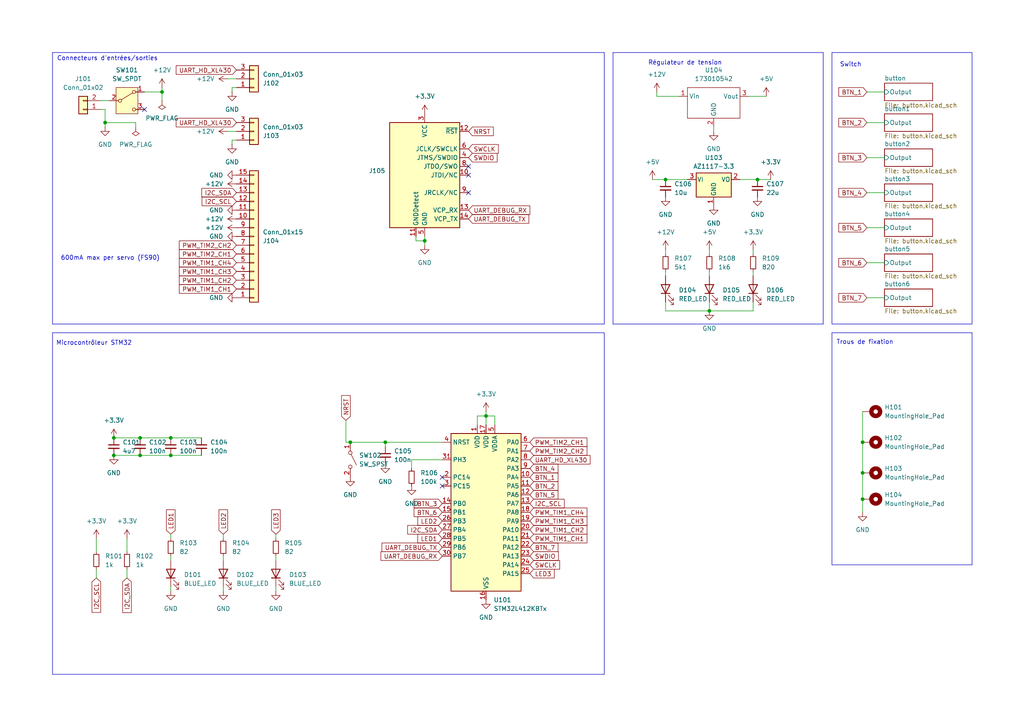
<source format=kicad_sch>
(kicad_sch (version 20231120) (generator "eeschema") (generator_version "8.0")
  (paper "A4")
  (title_block (title "Projet Corps") (date "2024-03-07") (rev "1.0") (company "ENSEA"))
  (lib_symbols
    (symbol "173010542_1"
      (property "Reference" "U" (at -5.842 5.334 0))
      (property "Value" "173010542" (at 0 0 0))
      (symbol "173010542_1_1_1"
        (rectangle (start -7.62 3.81) (end 7.62 -5.08))
        (pin power_in line (at -10.16 1.27 0) (length 2.54) (name "Vin") (number "1"))
        (pin power_in line (at 0 -7.62 90) (length 2.54) (name "GND") (number "2"))
        (pin power_out line (at 10.16 1.27 180) (length 2.54) (name "Vout") (number "3"))
      )
    )
    (symbol "Connector:Conn_ST_STDC14"
      (property "Reference" "J" (at -8.89 16.51 0))
      (property "Value" "Conn_ST_STDC14" (at 17.78 16.51 0))
      (symbol "Conn_ST_STDC14_0_1"
        (rectangle (start -10.16 15.24) (end 10.16 -15.24) (stroke (width 0.254)) (fill (type background)))
      )
      (symbol "Conn_ST_STDC14_1_1"
        (pin no_connect line (at -10.16 5.08 0) (length 2.54) hide (name "NC") (number "1"))
        (pin output line (at 12.7 0 180) (length 2.54) (name "JTDI/NC") (number "10"))
        (pin passive line (at -2.54 -17.78 90) (length 2.54) (name "GNDDetect") (number "11"))
        (pin open_collector line (at 12.7 12.7 180) (length 2.54) (name "~{RST}") (number "12"))
        (pin output line (at 12.7 -10.16 180) (length 2.54) (name "VCP_RX") (number "13"))
        (pin input line (at 12.7 -12.7 180) (length 2.54) (name "VCP_TX") (number "14"))
        (pin no_connect line (at -10.16 2.54 0) (length 2.54) hide (name "NC") (number "2"))
        (pin power_in line (at 0 17.78 270) (length 2.54) (name "VCC") (number "3"))
        (pin bidirectional line (at 12.7 5.08 180) (length 2.54) (name "JTMS/SWDIO") (number "4"))
        (pin power_in line (at 0 -17.78 90) (length 2.54) (name "GND") (number "5"))
        (pin output line (at 12.7 7.62 180) (length 2.54) (name "JCLK/SWCLK") (number "6"))
        (pin passive line (at 0 -17.78 90) (length 2.54) hide (name "GND") (number "7"))
        (pin input line (at 12.7 2.54 180) (length 2.54) (name "JTDO/SWO") (number "8"))
        (pin input line (at 12.7 -5.08 180) (length 2.54) (name "JRCLK/NC") (number "9"))
      )
    )
    (symbol "Connector_Generic:Conn_01x02" (pin_names (offset 1.016) hide)
      (property "Reference" "J" (at 0 2.54 0))
      (property "Value" "Conn_01x02" (at 0 -5.08 0))
      (symbol "Conn_01x02_1_1"
        (rectangle (start -1.27 -2.413) (end 0 -2.667) (stroke (width 0.1524)))
        (rectangle (start -1.27 0.127) (end 0 -0.127) (stroke (width 0.1524)))
        (rectangle (start -1.27 1.27) (end 1.27 -3.81) (stroke (width 0.254)) (fill (type background)))
        (pin passive line (at -5.08 0 0) (length 3.81) (name "Pin_1") (number "1"))
        (pin passive line (at -5.08 -2.54 0) (length 3.81) (name "Pin_2") (number "2"))
      )
    )
    (symbol "Connector_Generic:Conn_01x03" (pin_names (offset 1.016) hide)
      (property "Reference" "J" (at 0 5.08 0))
      (property "Value" "Conn_01x03" (at 0 -5.08 0))
      (symbol "Conn_01x03_1_1"
        (rectangle (start -1.27 -2.413) (end 0 -2.667) (stroke (width 0.1524)))
        (rectangle (start -1.27 0.127) (end 0 -0.127) (stroke (width 0.1524)))
        (rectangle (start -1.27 2.667) (end 0 2.413) (stroke (width 0.1524)))
        (rectangle (start -1.27 3.81) (end 1.27 -3.81) (stroke (width 0.254)) (fill (type background)))
        (pin passive line (at -5.08 2.54 0) (length 3.81) (name "Pin_1") (number "1"))
        (pin passive line (at -5.08 0 0) (length 3.81) (name "Pin_2") (number "2"))
        (pin passive line (at -5.08 -2.54 0) (length 3.81) (name "Pin_3") (number "3"))
      )
    )
    (symbol "Connector_Generic:Conn_01x15" (pin_names (offset 1.016) hide)
      (property "Reference" "J" (at 0 20.32 0))
      (property "Value" "Conn_01x15" (at 0 -20.32 0))
      (symbol "Conn_01x15_1_1"
        (rectangle (start -1.27 -17.653) (end 0 -17.907) (stroke (width 0.1524)))
        (rectangle (start -1.27 -15.113) (end 0 -15.367) (stroke (width 0.1524)))
        (rectangle (start -1.27 -12.573) (end 0 -12.827) (stroke (width 0.1524)))
        (rectangle (start -1.27 -10.033) (end 0 -10.287) (stroke (width 0.1524)))
        (rectangle (start -1.27 -7.493) (end 0 -7.747) (stroke (width 0.1524)))
        (rectangle (start -1.27 -4.953) (end 0 -5.207) (stroke (width 0.1524)))
        (rectangle (start -1.27 -2.413) (end 0 -2.667) (stroke (width 0.1524)))
        (rectangle (start -1.27 0.127) (end 0 -0.127) (stroke (width 0.1524)))
        (rectangle (start -1.27 2.667) (end 0 2.413) (stroke (width 0.1524)))
        (rectangle (start -1.27 5.207) (end 0 4.953) (stroke (width 0.1524)))
        (rectangle (start -1.27 7.747) (end 0 7.493) (stroke (width 0.1524)))
        (rectangle (start -1.27 10.287) (end 0 10.033) (stroke (width 0.1524)))
        (rectangle (start -1.27 12.827) (end 0 12.573) (stroke (width 0.1524)))
        (rectangle (start -1.27 15.367) (end 0 15.113) (stroke (width 0.1524)))
        (rectangle (start -1.27 17.907) (end 0 17.653) (stroke (width 0.1524)))
        (rectangle (start -1.27 19.05) (end 1.27 -19.05) (stroke (width 0.254)) (fill (type background)))
        (pin passive line (at -5.08 17.78 0) (length 3.81) (name "Pin_1") (number "1"))
        (pin passive line (at -5.08 -5.08 0) (length 3.81) (name "Pin_10") (number "10"))
        (pin passive line (at -5.08 -7.62 0) (length 3.81) (name "Pin_11") (number "11"))
        (pin passive line (at -5.08 -10.16 0) (length 3.81) (name "Pin_12") (number "12"))
        (pin passive line (at -5.08 -12.7 0) (length 3.81) (name "Pin_13") (number "13"))
        (pin passive line (at -5.08 -15.24 0) (length 3.81) (name "Pin_14") (number "14"))
        (pin passive line (at -5.08 -17.78 0) (length 3.81) (name "Pin_15") (number "15"))
        (pin passive line (at -5.08 15.24 0) (length 3.81) (name "Pin_2") (number "2"))
        (pin passive line (at -5.08 12.7 0) (length 3.81) (name "Pin_3") (number "3"))
        (pin passive line (at -5.08 10.16 0) (length 3.81) (name "Pin_4") (number "4"))
        (pin passive line (at -5.08 7.62 0) (length 3.81) (name "Pin_5") (number "5"))
        (pin passive line (at -5.08 5.08 0) (length 3.81) (name "Pin_6") (number "6"))
        (pin passive line (at -5.08 2.54 0) (length 3.81) (name "Pin_7") (number "7"))
        (pin passive line (at -5.08 0 0) (length 3.81) (name "Pin_8") (number "8"))
        (pin passive line (at -5.08 -2.54 0) (length 3.81) (name "Pin_9") (number "9"))
      )
    )
    (symbol "Device:C_Small" (pin_numbers hide) (pin_names (offset 0.254) hide)
      (property "Reference" "C" (at 0.254 1.778 0))
      (property "Value" "C_Small" (at 0.254 -2.032 0))
      (symbol "C_Small_0_1"
        (polyline (pts (xy -1.524 -0.508) (xy 1.524 -0.508)) (stroke (width 0.3302)))
        (polyline (pts (xy -1.524 0.508) (xy 1.524 0.508)) (stroke (width 0.3048)))
      )
      (symbol "C_Small_1_1"
        (pin passive line (at 0 2.54 270) (length 2.032) (name "~") (number "1"))
        (pin passive line (at 0 -2.54 90) (length 2.032) (name "~") (number "2"))
      )
    )
    (symbol "Device:LED" (pin_numbers hide) (pin_names (offset 1.016) hide)
      (property "Reference" "D" (at 0 2.54 0))
      (property "Value" "LED" (at 0 -2.54 0))
      (symbol "LED_0_1"
        (polyline (pts (xy -1.27 -1.27) (xy -1.27 1.27)) (stroke (width 0.254)))
        (polyline (pts (xy -1.27 0) (xy 1.27 0)))
        (polyline (pts (xy 1.27 -1.27) (xy 1.27 1.27) (xy -1.27 0) (xy 1.27 -1.27)) (stroke (width 0.254)))
        (polyline (pts (xy -3.048 -0.762) (xy -4.572 -2.286) (xy -3.81 -2.286) (xy -4.572 -2.286) (xy -4.572 -1.524)))
        (polyline (pts (xy -1.778 -0.762) (xy -3.302 -2.286) (xy -2.54 -2.286) (xy -3.302 -2.286) (xy -3.302 -1.524)))
      )
      (symbol "LED_1_1"
        (pin passive line (at -3.81 0 0) (length 2.54) (name "K") (number "1"))
        (pin passive line (at 3.81 0 180) (length 2.54) (name "A") (number "2"))
      )
    )
    (symbol "Device:R_Small" (pin_numbers hide) (pin_names (offset 0.254) hide)
      (property "Reference" "R" (at 0.762 0.508 0))
      (property "Value" "R_Small" (at 0.762 -1.016 0))
      (symbol "R_Small_0_1"
        (rectangle (start -0.762 1.778) (end 0.762 -1.778) (stroke (width 0.2032)))
      )
      (symbol "R_Small_1_1"
        (pin passive line (at 0 2.54 270) (length 0.762) (name "~") (number "1"))
        (pin passive line (at 0 -2.54 90) (length 0.762) (name "~") (number "2"))
      )
    )
    (symbol "GND_1" (power) (pin_numbers hide) (pin_names (offset 0) hide)
      (property "Value" "GND" (at 0 -3.81 0))
      (symbol "GND_1_0_1"
        (polyline (pts (xy 0 0) (xy 0 -1.27) (xy 1.27 -1.27) (xy 0 -2.54) (xy -1.27 -1.27) (xy 0 -1.27)))
      )
      (symbol "GND_1_1_1"
        (pin power_in line (at 0 0 270) (length 0) (name "~") (number "1"))
      )
    )
    (symbol "Mechanical:MountingHole_Pad" (pin_numbers hide) (pin_names (offset 1.016) hide)
      (property "Reference" "H" (at 0 6.35 0))
      (property "Value" "MountingHole_Pad" (at 0 4.445 0))
      (symbol "MountingHole_Pad_0_1"
        (circle (center 0 1.27) (radius 1.27) (stroke (width 1.27)))
      )
      (symbol "MountingHole_Pad_1_1"
        (pin input line (at 0 -2.54 90) (length 2.54) (name "1") (number "1"))
      )
    )
    (symbol "Regulator_Linear:AZ1117-3.3" (pin_names (offset 0.254))
      (property "Reference" "U" (at -3.81 3.175 0))
      (property "Value" "AZ1117-3.3" (at 0 3.175 0))
      (symbol "AZ1117-3.3_0_1"
        (rectangle (start -5.08 1.905) (end 5.08 -5.08) (stroke (width 0.254)) (fill (type background)))
      )
      (symbol "AZ1117-3.3_1_1"
        (pin power_in line (at 0 -7.62 90) (length 2.54) (name "GND") (number "1"))
        (pin power_out line (at 7.62 0 180) (length 2.54) (name "VO") (number "2"))
        (pin power_in line (at -7.62 0 0) (length 2.54) (name "VI") (number "3"))
      )
    )
    (symbol "STM32L412KBTx_1"
      (property "Reference" "U" (at -10.16 24.13 0))
      (property "Value" "STM32L412KBTx" (at 5.08 24.13 0))
      (symbol "STM32L412KBTx_1_0_1"
        (rectangle (start -10.16 -22.86) (end 10.16 22.86) (stroke (width 0.254)) (fill (type background)))
      )
      (symbol "STM32L412KBTx_1_1_1"
        (pin power_in line (at -2.54 25.4 270) (length 2.54) (name "VDD") (number "1"))
        (pin bidirectional line (at 12.7 10.16 180) (length 2.54) (name "PA4") (number "10"))
        (pin bidirectional line (at 12.7 7.62 180) (length 2.54) (name "PA5") (number "11"))
        (pin bidirectional line (at 12.7 5.08 180) (length 2.54) (name "PA6") (number "12"))
        (pin bidirectional line (at 12.7 2.54 180) (length 2.54) (name "PA7") (number "13"))
        (pin bidirectional line (at -12.7 2.54 0) (length 2.54) (name "PB0") (number "14"))
        (pin bidirectional line (at -12.7 0 0) (length 2.54) (name "PB1") (number "15"))
        (pin power_in line (at 0 -25.4 90) (length 2.54) (name "VSS") (number "16"))
        (pin power_in line (at 0 25.4 270) (length 2.54) (name "VDD") (number "17"))
        (pin bidirectional line (at 12.7 0 180) (length 2.54) (name "PA8") (number "18"))
        (pin bidirectional line (at 12.7 -2.54 180) (length 2.54) (name "PA9") (number "19"))
        (pin bidirectional line (at -12.7 10.16 0) (length 2.54) (name "PC14") (number "2"))
        (pin bidirectional line (at 12.7 -5.08 180) (length 2.54) (name "PA10") (number "20"))
        (pin bidirectional line (at 12.7 -7.62 180) (length 2.54) (name "PA11") (number "21"))
        (pin bidirectional line (at 12.7 -10.16 180) (length 2.54) (name "PA12") (number "22"))
        (pin bidirectional line (at 12.7 -12.7 180) (length 2.54) (name "PA13") (number "23"))
        (pin bidirectional line (at 12.7 -15.24 180) (length 2.54) (name "PA14") (number "24"))
        (pin bidirectional line (at 12.7 -17.78 180) (length 2.54) (name "PA15") (number "25"))
        (pin bidirectional line (at -12.7 -2.54 0) (length 2.54) (name "PB3") (number "26"))
        (pin bidirectional line (at -12.7 -5.08 0) (length 2.54) (name "PB4") (number "27"))
        (pin bidirectional line (at -12.7 -7.62 0) (length 2.54) (name "PB5") (number "28"))
        (pin bidirectional line (at -12.7 -10.16 0) (length 2.54) (name "PB6") (number "29"))
        (pin bidirectional line (at -12.7 7.62 0) (length 2.54) (name "PC15") (number "3"))
        (pin bidirectional line (at -12.7 -12.7 0) (length 2.54) (name "PB7") (number "30"))
        (pin bidirectional line (at -12.7 15.24 0) (length 2.54) (name "PH3") (number "31"))
        (pin passive line (at 0 -25.4 90) (length 2.54) hide (name "VSS") (number "32"))
        (pin input line (at -12.7 20.32 0) (length 2.54) (name "NRST") (number "4"))
        (pin power_in line (at 2.54 25.4 270) (length 2.54) (name "VDDA") (number "5"))
        (pin bidirectional line (at 12.7 20.32 180) (length 2.54) (name "PA0") (number "6"))
        (pin bidirectional line (at 12.7 17.78 180) (length 2.54) (name "PA1") (number "7"))
        (pin bidirectional line (at 12.7 15.24 180) (length 2.54) (name "PA2") (number "8"))
        (pin bidirectional line (at 12.7 12.7 180) (length 2.54) (name "PA3") (number "9"))
      )
    )
    (symbol "Switch:SW_SPDT" (pin_names (offset 0) hide)
      (property "Reference" "SW" (at 0 5.08 0))
      (property "Value" "SW_SPDT" (at 0 -5.08 0))
      (symbol "SW_SPDT_0_1"
        (circle (center -2.032 0) (radius 0.4572))
        (polyline (pts (xy -1.651 0.254) (xy 1.651 2.286)))
        (circle (center 2.032 -2.54) (radius 0.4572))
        (circle (center 2.032 2.54) (radius 0.4572))
      )
      (symbol "SW_SPDT_1_1"
        (rectangle (start -3.175 3.81) (end 3.175 -3.81) (fill (type background)))
        (pin passive line (at 5.08 2.54 180) (length 2.54) (name "A") (number "1"))
        (pin passive line (at -5.08 0 0) (length 2.54) (name "B") (number "2"))
        (pin passive line (at 5.08 -2.54 180) (length 2.54) (name "C") (number "3"))
      )
    )
    (symbol "Switch:SW_SPST" (pin_names (offset 0) hide)
      (property "Reference" "SW" (at 0 3.175 0))
      (property "Value" "SW_SPST" (at 0 -2.54 0))
      (symbol "SW_SPST_0_0"
        (circle (center -2.032 0) (radius 0.508))
        (polyline (pts (xy -1.524 0.254) (xy 1.524 1.778)))
        (circle (center 2.032 0) (radius 0.508))
      )
      (symbol "SW_SPST_1_1"
        (pin passive line (at -5.08 0 0) (length 2.54) (name "A") (number "1"))
        (pin passive line (at 5.08 0 180) (length 2.54) (name "B") (number "2"))
      )
    )
    (symbol "power:+12V" (power) (pin_numbers hide) (pin_names (offset 0) hide)
      (property "Value" "+12V" (at 0 3.556 0))
      (symbol "+12V_0_1"
        (polyline (pts (xy -0.762 1.27) (xy 0 2.54)))
        (polyline (pts (xy 0 0) (xy 0 2.54)))
        (polyline (pts (xy 0 2.54) (xy 0.762 1.27)))
      )
      (symbol "+12V_1_1"
        (pin power_in line (at 0 0 90) (length 0) (name "~") (number "1"))
      )
    )
    (symbol "power:+3.3V" (power) (pin_names (offset 0))
      (property "Value" "+3.3V" (at 0 3.556 0))
      (symbol "+3.3V_0_1"
        (polyline (pts (xy -0.762 1.27) (xy 0 2.54)))
        (polyline (pts (xy 0 0) (xy 0 2.54)))
        (polyline (pts (xy 0 2.54) (xy 0.762 1.27)))
      )
      (symbol "+3.3V_1_1"
        (pin power_in line (at 0 0 90) (length 0) hide (name "+3.3V") (number "1"))
      )
    )
    (symbol "power:+5V" (power) (pin_names (offset 0))
      (property "Value" "+5V" (at 0 3.556 0))
      (symbol "+5V_0_1"
        (polyline (pts (xy -0.762 1.27) (xy 0 2.54)))
        (polyline (pts (xy 0 0) (xy 0 2.54)))
        (polyline (pts (xy 0 2.54) (xy 0.762 1.27)))
      )
      (symbol "+5V_1_1"
        (pin power_in line (at 0 0 90) (length 0) hide (name "+5V") (number "1"))
      )
    )
    (symbol "power:GND" (power) (pin_names (offset 0))
      (property "Value" "GND" (at 0 -3.81 0))
      (symbol "GND_0_1"
        (polyline (pts (xy 0 0) (xy 0 -1.27) (xy 1.27 -1.27) (xy 0 -2.54) (xy -1.27 -1.27) (xy 0 -1.27)))
      )
      (symbol "GND_1_1"
        (pin power_in line (at 0 0 270) (length 0) hide (name "GND") (number "1"))
      )
    )
    (symbol "power:PWR_FLAG" (power) (pin_numbers hide) (pin_names (offset 0) hide)
      (property "Value" "PWR_FLAG" (at 0 3.81 0))
      (symbol "PWR_FLAG_0_0"
        (pin power_out line (at 0 0 90) (length 0) (name "~") (number "1"))
      )
      (symbol "PWR_FLAG_0_1"
        (polyline (pts (xy 0 0) (xy 0 1.27) (xy -1.016 1.905) (xy 0 2.54) (xy 1.016 1.905) (xy 0 1.27)))
      )
    )
  )
  (junction (at 193.04 52.07))
  (junction (at 111.76 128.27))
  (junction (at 140.97 120.65))
  (junction (at 250.19 137.16))
  (junction (at 123.19 69.85))
  (junction (at 33.02 127))
  (junction (at 49.53 127))
  (junction (at 219.71 52.07))
  (junction (at 101.6 128.27))
  (junction (at 40.64 127))
  (junction (at 205.74 90.17))
  (junction (at 250.19 128.27))
  (junction (at 49.53 132.08))
  (junction (at 33.02 132.08))
  (junction (at 46.99 26.67))
  (junction (at 40.64 132.08))
  (junction (at 30.48 35.56))
  (junction (at 250.19 144.78))
  (no_connect (at 128.27 140.97))
  (no_connect (at 135.89 55.88))
  (no_connect (at 128.27 138.43))
  (no_connect (at 41.91 31.75))
  (no_connect (at 135.89 48.26))
  (no_connect (at 135.89 50.8))
  (wire (pts (xy 205.74 90.17) (xy 218.44 90.17)))
  (wire (pts (xy 80.01 170.18) (xy 80.01 171.45)))
  (wire (pts (xy 66.04 22.86) (xy 68.58 22.86)))
  (wire (pts (xy 219.71 52.07) (xy 223.52 52.07)))
  (wire (pts (xy 205.74 87.63) (xy 205.74 90.17)))
  (wire (pts (xy 66.04 38.1) (xy 68.58 38.1)))
  (wire (pts (xy 205.74 78.74) (xy 205.74 80.01)))
  (polyline (pts (xy 15.24 93.98) (xy 175.26 93.98)))
  (wire (pts (xy 140.97 120.65) (xy 143.51 120.65)))
  (wire (pts (xy 140.97 120.65) (xy 140.97 123.19)))
  (wire (pts (xy 250.19 144.78) (xy 250.19 148.59)))
  (wire (pts (xy 251.46 66.04) (xy 256.54 66.04)))
  (wire (pts (xy 80.01 154.94) (xy 80.01 156.21)))
  (polyline (pts (xy 175.26 15.24) (xy 15.24 15.24)))
  (polyline (pts (xy 175.26 93.98) (xy 175.26 15.24)))
  (wire (pts (xy 40.64 132.08) (xy 49.53 132.08)))
  (polyline (pts (xy 238.76 93.98) (xy 238.76 15.24)))
  (wire (pts (xy 29.21 31.75) (xy 30.48 31.75)))
  (wire (pts (xy 49.53 161.29) (xy 49.53 162.56)))
  (wire (pts (xy 251.46 55.88) (xy 256.54 55.88)))
  (polyline (pts (xy 177.8 93.98) (xy 238.76 93.98)))
  (wire (pts (xy 33.02 132.08) (xy 40.64 132.08)))
  (wire (pts (xy 128.27 133.35) (xy 119.38 133.35)))
  (wire (pts (xy 251.46 86.36) (xy 256.54 86.36)))
  (wire (pts (xy 120.65 69.85) (xy 123.19 69.85)))
  (wire (pts (xy 250.19 119.38) (xy 250.19 128.27)))
  (wire (pts (xy 190.5 27.94) (xy 196.85 27.94)))
  (wire (pts (xy 111.76 128.27) (xy 111.76 129.54)))
  (wire (pts (xy 218.44 87.63) (xy 218.44 90.17)))
  (polyline (pts (xy 238.76 15.24) (xy 177.8 15.24)))
  (wire (pts (xy 251.46 35.56) (xy 256.54 35.56)))
  (wire (pts (xy 49.53 132.08) (xy 58.42 132.08)))
  (wire (pts (xy 29.21 29.21) (xy 31.75 29.21)))
  (polyline (pts (xy 15.24 96.52) (xy 15.24 195.58)))
  (wire (pts (xy 140.97 120.65) (xy 138.43 120.65)))
  (wire (pts (xy 123.19 68.58) (xy 123.19 69.85)))
  (wire (pts (xy 41.91 26.67) (xy 46.99 26.67)))
  (wire (pts (xy 193.04 78.74) (xy 193.04 80.01)))
  (wire (pts (xy 193.04 90.17) (xy 193.04 87.63)))
  (wire (pts (xy 101.6 128.27) (xy 111.76 128.27)))
  (wire (pts (xy 205.74 72.39) (xy 205.74 73.66)))
  (wire (pts (xy 189.23 52.07) (xy 193.04 52.07)))
  (wire (pts (xy 36.83 156.21) (xy 36.83 160.02)))
  (wire (pts (xy 67.31 40.64) (xy 67.31 41.91)))
  (polyline (pts (xy 15.24 195.58) (xy 175.26 195.58)))
  (wire (pts (xy 218.44 72.39) (xy 218.44 73.66)))
  (wire (pts (xy 68.58 25.4) (xy 67.31 25.4)))
  (wire (pts (xy 33.02 127) (xy 40.64 127)))
  (polyline (pts (xy 175.26 195.58) (xy 175.26 96.52)))
  (wire (pts (xy 49.53 154.94) (xy 49.53 156.21)))
  (wire (pts (xy 190.5 26.67) (xy 190.5 27.94)))
  (polyline (pts (xy 241.3 96.52) (xy 281.94 96.52)))
  (wire (pts (xy 218.44 78.74) (xy 218.44 80.01)))
  (wire (pts (xy 143.51 123.19) (xy 143.51 120.65)))
  (wire (pts (xy 251.46 26.67) (xy 256.54 26.67)))
  (wire (pts (xy 140.97 119.38) (xy 140.97 120.65)))
  (polyline (pts (xy 241.3 96.52) (xy 241.3 163.83)))
  (wire (pts (xy 250.19 137.16) (xy 250.19 144.78)))
  (wire (pts (xy 205.74 90.17) (xy 193.04 90.17)))
  (wire (pts (xy 64.77 161.29) (xy 64.77 162.56)))
  (wire (pts (xy 217.17 27.94) (xy 222.25 27.94)))
  (wire (pts (xy 67.31 25.4) (xy 67.31 26.67)))
  (wire (pts (xy 39.37 36.83) (xy 39.37 35.56)))
  (wire (pts (xy 251.46 45.72) (xy 256.54 45.72)))
  (wire (pts (xy 30.48 35.56) (xy 39.37 35.56)))
  (wire (pts (xy 120.65 68.58) (xy 120.65 69.85)))
  (wire (pts (xy 49.53 127) (xy 58.42 127)))
  (wire (pts (xy 68.58 40.64) (xy 67.31 40.64)))
  (wire (pts (xy 250.19 128.27) (xy 250.19 137.16)))
  (wire (pts (xy 27.94 156.21) (xy 27.94 160.02)))
  (polyline (pts (xy 281.94 163.83) (xy 281.94 96.52)))
  (wire (pts (xy 46.99 25.4) (xy 46.99 26.67)))
  (wire (pts (xy 46.99 26.67) (xy 46.99 29.21)))
  (wire (pts (xy 27.94 165.1) (xy 27.94 167.64)))
  (wire (pts (xy 100.33 128.27) (xy 101.6 128.27)))
  (polyline (pts (xy 177.8 15.24) (xy 177.8 93.98)))
  (wire (pts (xy 193.04 52.07) (xy 199.39 52.07)))
  (polyline (pts (xy 241.3 163.83) (xy 281.94 163.83)))
  (wire (pts (xy 119.38 133.35) (xy 119.38 135.89)))
  (wire (pts (xy 80.01 161.29) (xy 80.01 162.56)))
  (wire (pts (xy 64.77 170.18) (xy 64.77 171.45)))
  (polyline (pts (xy 15.24 15.24) (xy 15.24 93.98)))
  (wire (pts (xy 100.33 121.92) (xy 100.33 128.27)))
  (wire (pts (xy 207.01 36.83) (xy 207.01 38.1)))
  (wire (pts (xy 30.48 35.56) (xy 30.48 36.83)))
  (wire (pts (xy 111.76 128.27) (xy 128.27 128.27)))
  (wire (pts (xy 40.64 127) (xy 49.53 127)))
  (wire (pts (xy 193.04 72.39) (xy 193.04 73.66)))
  (wire (pts (xy 214.63 52.07) (xy 219.71 52.07)))
  (wire (pts (xy 64.77 154.94) (xy 64.77 156.21)))
  (wire (pts (xy 251.46 76.2) (xy 256.54 76.2)))
  (wire (pts (xy 36.83 165.1) (xy 36.83 167.64)))
  (polyline (pts (xy 15.24 96.52) (xy 175.26 96.52)))
  (wire (pts (xy 138.43 120.65) (xy 138.43 123.19)))
  (wire (pts (xy 30.48 31.75) (xy 30.48 35.56)))
  (wire (pts (xy 123.19 69.85) (xy 123.19 71.12)))
  (wire (pts (xy 49.53 170.18) (xy 49.53 171.45)))
  (rectangle (start 241.3 15.24) (end 281.94 93.98))
  (text "600mA max per servo (FS90)" (at 32.004 74.93 0) (effects (font (size 1.27 1.27))))
  (text "Microcontrôleur STM32" (at 16.256 100.33 0) (effects (font (size 1.27 1.27)) (justify left bottom)))
  (text "Switch\n" (at 243.586 19.558 0) (effects (font (size 1.27 1.27)) (justify left bottom)))
  (text "Connecteurs d'entrées/sorties" (at 16.51 17.78 0) (effects (font (size 1.27 1.27)) (justify left bottom)))
  (text "Trous de fixation" (at 242.57 100.076 0) (effects (font (size 1.27 1.27)) (justify left bottom)))
  (text "Régulateur de tension\n" (at 187.96 19.05 0) (effects (font (size 1.27 1.27)) (justify left bottom)))
  (global_label "UART_HD_XL430" (shape input) (at 68.58 35.56 180) (property "Intersheetrefs" "${INTERSHEET_REFS}" (effects (hide yes))))
  (global_label "PWM_TIM2_CH2" (shape input) (at 153.67 130.81 0) (property "Intersheetrefs" "${INTERSHEET_REFS}" (effects (hide yes))))
  (global_label "BTN_7" (shape input) (at 153.67 158.75 0) (property "Intersheetrefs" "${INTERSHEET_REFS}" (effects (hide yes))))
  (global_label "BTN_7" (shape input) (at 251.46 86.36 180) (property "Intersheetrefs" "${INTERSHEET_REFS}" (effects (hide yes))))
  (global_label "PWM_TIM1_CH2" (shape input) (at 68.58 81.28 180) (property "Intersheetrefs" "${INTERSHEET_REFS}" (effects (hide yes))))
  (global_label "UART_HD_XL430" (shape input) (at 153.67 133.35 0) (property "Intersheetrefs" "${INTERSHEET_REFS}" (effects (hide yes))))
  (global_label "NRST" (shape input) (at 135.89 38.1 0) (property "Intersheetrefs" "${INTERSHEET_REFS}" (effects (hide yes))))
  (global_label "I2C_SCL" (shape input) (at 153.67 146.05 0) (property "Intersheetrefs" "${INTERSHEET_REFS}" (effects (hide yes))))
  (global_label "LED2" (shape input) (at 128.27 151.13 180) (property "Intersheetrefs" "${INTERSHEET_REFS}" (effects (hide yes))))
  (global_label "BTN_4" (shape input) (at 153.67 135.89 0) (property "Intersheetrefs" "${INTERSHEET_REFS}" (effects (hide yes))))
  (global_label "UART_DEBUG_TX" (shape input) (at 128.27 158.75 180) (property "Intersheetrefs" "${INTERSHEET_REFS}" (effects (hide yes))))
  (global_label "BTN_6" (shape input) (at 251.46 76.2 180) (property "Intersheetrefs" "${INTERSHEET_REFS}" (effects (hide yes))))
  (global_label "BTN_2" (shape input) (at 153.67 140.97 0) (property "Intersheetrefs" "${INTERSHEET_REFS}" (effects (hide yes))))
  (global_label "PWM_TIM1_CH1" (shape input) (at 153.67 156.21 0) (property "Intersheetrefs" "${INTERSHEET_REFS}" (effects (hide yes))))
  (global_label "PWM_TIM1_CH3" (shape input) (at 153.67 151.13 0) (property "Intersheetrefs" "${INTERSHEET_REFS}" (effects (hide yes))))
  (global_label "BTN_4" (shape input) (at 251.46 55.88 180) (property "Intersheetrefs" "${INTERSHEET_REFS}" (effects (hide yes))))
  (global_label "SWCLK" (shape input) (at 135.89 43.18 0) (property "Intersheetrefs" "${INTERSHEET_REFS}" (effects (hide yes))))
  (global_label "PWM_TIM1_CH2" (shape input) (at 153.67 153.67 0) (property "Intersheetrefs" "${INTERSHEET_REFS}" (effects (hide yes))))
  (global_label "BTN_6" (shape input) (at 128.27 148.59 180) (property "Intersheetrefs" "${INTERSHEET_REFS}" (effects (hide yes))))
  (global_label "PWM_TIM2_CH1" (shape input) (at 153.67 128.27 0) (property "Intersheetrefs" "${INTERSHEET_REFS}" (effects (hide yes))))
  (global_label "BTN_2" (shape input) (at 251.46 35.56 180) (property "Intersheetrefs" "${INTERSHEET_REFS}" (effects (hide yes))))
  (global_label "I2C_SDA" (shape input) (at 128.27 153.67 180) (property "Intersheetrefs" "${INTERSHEET_REFS}" (effects (hide yes))))
  (global_label "PWM_TIM1_CH4" (shape input) (at 153.67 148.59 0) (property "Intersheetrefs" "${INTERSHEET_REFS}" (effects (hide yes))))
  (global_label "LED3" (shape input) (at 153.67 166.37 0) (property "Intersheetrefs" "${INTERSHEET_REFS}" (effects (hide yes))))
  (global_label "LED3" (shape input) (at 80.01 154.94 90) (property "Intersheetrefs" "${INTERSHEET_REFS}" (effects (hide yes))))
  (global_label "PWM_TIM1_CH1" (shape input) (at 68.58 83.82 180) (property "Intersheetrefs" "${INTERSHEET_REFS}" (effects (hide yes))))
  (global_label "SWDIO" (shape input) (at 135.89 45.72 0) (property "Intersheetrefs" "${INTERSHEET_REFS}" (effects (hide yes))))
  (global_label "I2C_SDA" (shape input) (at 36.83 167.64 270) (property "Intersheetrefs" "${INTERSHEET_REFS}" (effects (hide yes))))
  (global_label "I2C_SDA" (shape input) (at 68.58 55.88 180) (property "Intersheetrefs" "${INTERSHEET_REFS}" (effects (hide yes))))
  (global_label "BTN_1" (shape input) (at 153.67 138.43 0) (property "Intersheetrefs" "${INTERSHEET_REFS}" (effects (hide yes))))
  (global_label "UART_DEBUG_RX" (shape input) (at 135.89 60.96 0) (property "Intersheetrefs" "${INTERSHEET_REFS}" (effects (hide yes))))
  (global_label "LED2" (shape input) (at 64.77 154.94 90) (property "Intersheetrefs" "${INTERSHEET_REFS}" (effects (hide yes))))
  (global_label "BTN_1" (shape input) (at 251.46 26.67 180) (property "Intersheetrefs" "${INTERSHEET_REFS}" (effects (hide yes))))
  (global_label "UART_HD_XL430" (shape input) (at 68.58 20.32 180) (property "Intersheetrefs" "${INTERSHEET_REFS}" (effects (hide yes))))
  (global_label "I2C_SCL" (shape input) (at 68.58 58.42 180) (property "Intersheetrefs" "${INTERSHEET_REFS}" (effects (hide yes))))
  (global_label "BTN_5" (shape input) (at 251.46 66.04 180) (property "Intersheetrefs" "${INTERSHEET_REFS}" (effects (hide yes))))
  (global_label "BTN_3" (shape input) (at 251.46 45.72 180) (property "Intersheetrefs" "${INTERSHEET_REFS}" (effects (hide yes))))
  (global_label "PWM_TIM1_CH3" (shape input) (at 68.58 78.74 180) (property "Intersheetrefs" "${INTERSHEET_REFS}" (effects (hide yes))))
  (global_label "UART_DEBUG_RX" (shape input) (at 128.27 161.29 180) (property "Intersheetrefs" "${INTERSHEET_REFS}" (effects (hide yes))))
  (global_label "PWM_TIM2_CH1" (shape input) (at 68.58 73.66 180) (property "Intersheetrefs" "${INTERSHEET_REFS}" (effects (hide yes))))
  (global_label "UART_DEBUG_TX" (shape input) (at 135.89 63.5 0) (property "Intersheetrefs" "${INTERSHEET_REFS}" (effects (hide yes))))
  (global_label "BTN_3" (shape input) (at 128.27 146.05 180) (property "Intersheetrefs" "${INTERSHEET_REFS}" (effects (hide yes))))
  (global_label "NRST" (shape input) (at 100.33 121.92 90) (property "Intersheetrefs" "${INTERSHEET_REFS}" (effects (hide yes))))
  (global_label "PWM_TIM1_CH4" (shape input) (at 68.58 76.2 180) (property "Intersheetrefs" "${INTERSHEET_REFS}" (effects (hide yes))))
  (global_label "SWCLK" (shape input) (at 153.67 163.83 0) (property "Intersheetrefs" "${INTERSHEET_REFS}" (effects (hide yes))))
  (global_label "LED1" (shape input) (at 49.53 154.94 90) (property "Intersheetrefs" "${INTERSHEET_REFS}" (effects (hide yes))))
  (global_label "BTN_5" (shape input) (at 153.67 143.51 0) (property "Intersheetrefs" "${INTERSHEET_REFS}" (effects (hide yes))))
  (global_label "LED1" (shape input) (at 128.27 156.21 180) (property "Intersheetrefs" "${INTERSHEET_REFS}" (effects (hide yes))))
  (global_label "SWDIO" (shape input) (at 153.67 161.29 0) (property "Intersheetrefs" "${INTERSHEET_REFS}" (effects (hide yes))))
  (global_label "I2C_SCL" (shape input) (at 27.94 167.64 270) (property "Intersheetrefs" "${INTERSHEET_REFS}" (effects (hide yes))))
  (global_label "PWM_TIM2_CH2" (shape input) (at 68.58 71.12 180) (property "Intersheetrefs" "${INTERSHEET_REFS}" (effects (hide yes))))
  (symbol (lib_id "Device:C_Small") (at 219.71 54.61 0) (unit 1)
    (property "Reference" "C107" (at 222.25 53.3463 0) (effects (justify left)))
    (property "Value" "22u" (at 222.25 55.8863 0) (effects (justify left)))
    (property "Footprint" "Capacitor_SMD:C_Elec_5x5.4" (effects (hide yes)))
  )
  (symbol (lib_id "power:+3.3V") (at 36.83 156.21 0) (unit 1)
    (property "Reference" "#PWR0105" (effects (hide yes)))
    (property "Value" "+3.3V" (at 36.83 151.13 0))
  )
  (symbol (lib_name "GND_1") (lib_id "power:GND") (at 68.58 60.96 270) (unit 1)
    (property "Reference" "#PWR0115" (effects (hide yes)))
    (property "Value" "GND" (at 64.77 60.9599 90) (effects (justify right)))
    (property "Description" "Power symbol creates a global label with name \"GND\" , ground" (effects (hide yes)))
  )
  (symbol (lib_id "Connector_Generic:Conn_01x15") (at 73.66 68.58 0) (mirror x) (unit 1)
    (property "Reference" "J104" (at 76.2 69.8501 0) (effects (justify left)))
    (property "Value" "Conn_01x15" (at 76.2 67.3101 0) (effects (justify left)))
    (property "Footprint" "libs:CONN15_31321_WRE" (effects (hide yes)))
    (property "Datasheet" "https://www.we-online.com/components/products/datasheet/618015231421.pdf" (effects (hide yes)))
    (property "Description" "Generic connector, single row, 01x15, script generated (kicad-library-utils/schlib/autogen/connector/)" (effects (hide yes)))
  )
  (symbol (lib_id "Device:R_Small") (at 80.01 158.75 0) (unit 1)
    (property "Reference" "R105" (at 82.55 157.4799 0) (effects (justify left)))
    (property "Value" "82" (at 82.55 160.0199 0) (effects (justify left)))
    (property "Footprint" "Resistor_SMD:R_0402_1005Metric" (effects (hide yes)))
    (property "Description" "Resistor, small symbol" (effects (hide yes)))
  )
  (symbol (lib_id "Device:R_Small") (at 193.04 76.2 0) (unit 1)
    (property "Reference" "R107" (at 195.58 74.9299 0) (effects (justify left)))
    (property "Value" "5k1" (at 195.58 77.4699 0) (effects (justify left)))
    (property "Footprint" "Resistor_SMD:R_0402_1005Metric" (effects (hide yes)))
    (property "Description" "Resistor, small symbol" (effects (hide yes)))
  )
  (symbol (lib_id "Device:R_Small") (at 218.44 76.2 0) (unit 1)
    (property "Reference" "R109" (at 220.98 74.9299 0) (effects (justify left)))
    (property "Value" "820" (at 220.98 77.4699 0) (effects (justify left)))
    (property "Footprint" "Resistor_SMD:R_0402_1005Metric" (effects (hide yes)))
    (property "Description" "Resistor, small symbol" (effects (hide yes)))
  )
  (symbol (lib_id "Connector_Generic:Conn_01x03") (at 73.66 38.1 0) (mirror x) (unit 1)
    (property "Reference" "J103" (at 76.2 39.3701 0) (effects (justify left)))
    (property "Value" "Conn_01x03" (at 76.2 36.8301 0) (effects (justify left)))
    (property "Footprint" "Connector_JST:JST_EH_B3B-EH-A_1x03_P2.50mm_Vertical" (effects (hide yes)))
    (property "Description" "Generic connector, single row, 01x03, script generated (kicad-library-utils/schlib/autogen/connector/)" (effects (hide yes)))
  )
  (symbol (lib_id "power:+12V") (at 68.58 63.5 90) (unit 1)
    (property "Reference" "#PWR0116" (effects (hide yes)))
    (property "Value" "+12V" (at 64.77 63.4999 90) (effects (justify left)))
    (property "Description" "Power symbol creates a global label with name \"+12V\"" (effects (hide yes)))
  )
  (symbol (lib_id "power:GND") (at 123.19 71.12 0) (unit 1)
    (property "Reference" "#PWR0125" (effects (hide yes)))
    (property "Value" "GND" (at 123.19 76.2 0))
  )
  (symbol (lib_id "Mechanical:MountingHole_Pad") (at 252.73 119.38 270) (unit 1)
    (property "Reference" "H101" (at 256.54 118.11 90) (effects (justify left)))
    (property "Value" "MountingHole_Pad" (at 256.54 120.65 90) (effects (justify left)))
    (property "Footprint" "MountingHole:MountingHole_3.2mm_M3_Pad_Via" (effects (hide yes)))
  )
  (symbol (lib_id "power:GND") (at 205.74 90.17 0) (unit 1)
    (property "Reference" "#PWR0133" (effects (hide yes)))
    (property "Value" "GND" (at 205.74 95.25 0))
  )
  (symbol (lib_id "power:+12V") (at 68.58 66.04 90) (unit 1)
    (property "Reference" "#PWR0117" (effects (hide yes)))
    (property "Value" "+12V" (at 64.77 66.0399 90) (effects (justify left)))
    (property "Description" "Power symbol creates a global label with name \"+12V\"" (effects (hide yes)))
  )
  (symbol (lib_id "Connector_Generic:Conn_01x03") (at 73.66 22.86 0) (mirror x) (unit 1)
    (property "Reference" "J102" (at 76.2 24.1301 0) (effects (justify left)))
    (property "Value" "Conn_01x03" (at 76.2 21.5901 0) (effects (justify left)))
    (property "Footprint" "Connector_JST:JST_EH_B3B-EH-A_1x03_P2.50mm_Vertical" (effects (hide yes)))
    (property "Description" "Generic connector, single row, 01x03, script generated (kicad-library-utils/schlib/autogen/connector/)" (effects (hide yes)))
  )
  (symbol (lib_id "Switch:SW_SPDT") (at 36.83 29.21 0) (unit 1)
    (property "Reference" "SW101" (at 36.83 20.32 0))
    (property "Value" "SW_SPDT" (at 36.83 22.86 0))
    (property "Footprint" "mylib:472123010111" (effects (hide yes)))
    (property "Datasheet" "https://www.we-online.com/components/products/datasheet/472123010111.pdf" (effects (hide yes)))
    (property "Description" "Switch, single pole double throw" (effects (hide yes)))
    (property "MPN" "472123010111" (effects (hide yes)))
  )
  (symbol (lib_name "STM32L412KBTx_1") (lib_id "MCU_ST_STM32L4:STM32L412KBTx") (at 140.97 148.59 0) (unit 1)
    (property "Reference" "U101" (at 143.1641 173.99 0) (effects (justify left)))
    (property "Value" "STM32L412KBTx" (at 143.1641 176.53 0) (effects (justify left)))
    (property "Footprint" "Package_QFP:LQFP-32_7x7mm_P0.8mm" (effects (hide yes)))
    (property "Datasheet" "https://www.st.com/resource/en/datasheet/stm32l412kb.pdf" (effects (hide yes)))
    (property "Description" "STMicroelectronics Arm Cortex-M4 MCU, 128KB flash, 40KB RAM, 80 MHz, 1.71-3.6V, 26 GPIO, LQFP32" (effects (hide yes)))
  )
  (symbol (lib_name "GND_1") (lib_id "power:GND") (at 67.31 26.67 0) (unit 1)
    (property "Reference" "#PWR0111" (effects (hide yes)))
    (property "Value" "GND" (at 67.31 31.75 0))
    (property "Description" "Power symbol creates a global label with name \"GND\" , ground" (effects (hide yes)))
  )
  (symbol (lib_id "Device:R_Small") (at 36.83 162.56 0) (unit 1)
    (property "Reference" "R102" (at 39.37 161.2899 0) (effects (justify left)))
    (property "Value" "1k" (at 39.37 163.8299 0) (effects (justify left)))
    (property "Footprint" "Resistor_SMD:R_0402_1005Metric" (effects (hide yes)))
    (property "Description" "Resistor, small symbol" (effects (hide yes)))
  )
  (symbol (lib_id "power:+3.3V") (at 123.19 33.02 0) (unit 1)
    (property "Reference" "#PWR0124" (effects (hide yes)))
    (property "Value" "+3.3V" (at 123.19 27.94 0))
  )
  (symbol (lib_id "Device:R_Small") (at 64.77 158.75 0) (unit 1)
    (property "Reference" "R104" (at 67.31 157.4799 0) (effects (justify left)))
    (property "Value" "82" (at 67.31 160.0199 0) (effects (justify left)))
    (property "Footprint" "Resistor_SMD:R_0402_1005Metric" (effects (hide yes)))
    (property "Description" "Resistor, small symbol" (effects (hide yes)))
  )
  (symbol (lib_id "power:+5V") (at 189.23 52.07 0) (unit 1)
    (property "Reference" "#PWR0128" (effects (hide yes)))
    (property "Value" "+5V" (at 189.23 46.99 0))
  )
  (symbol (lib_id "Device:R_Small") (at 49.53 158.75 0) (unit 1)
    (property "Reference" "R103" (at 52.07 157.4799 0) (effects (justify left)))
    (property "Value" "82" (at 52.07 160.0199 0) (effects (justify left)))
    (property "Footprint" "Resistor_SMD:R_0402_1005Metric" (effects (hide yes)))
    (property "Description" "Resistor, small symbol" (effects (hide yes)))
  )
  (symbol (lib_id "power:GND") (at 193.04 57.15 0) (unit 1)
    (property "Reference" "#PWR0130" (effects (hide yes)))
    (property "Value" "GND" (at 193.04 62.23 0))
  )
  (symbol (lib_id "power:GND") (at 140.97 173.99 0) (unit 1)
    (property "Reference" "#PWR0127" (effects (hide yes)))
    (property "Value" "GND" (at 140.97 179.07 0))
  )
  (symbol (lib_id "Device:C_Small") (at 40.64 129.54 0) (unit 1)
    (property "Reference" "C102" (at 43.18 128.2763 0) (effects (justify left)))
    (property "Value" "100n" (at 43.18 130.8163 0) (effects (justify left)))
    (property "Footprint" "Capacitor_SMD:C_0402_1005Metric" (effects (hide yes)))
  )
  (symbol (lib_name "GND_1") (lib_id "power:GND") (at 67.31 41.91 0) (unit 1)
    (property "Reference" "#PWR0112" (effects (hide yes)))
    (property "Value" "GND" (at 67.31 46.99 0))
    (property "Description" "Power symbol creates a global label with name \"GND\" , ground" (effects (hide yes)))
  )
  (symbol (lib_id "power:GND") (at 49.53 171.45 0) (unit 1)
    (property "Reference" "#PWR0107" (effects (hide yes)))
    (property "Value" "GND" (at 49.53 176.53 0))
  )
  (symbol (lib_id "power:+12V") (at 68.58 53.34 90) (unit 1)
    (property "Reference" "#PWR0114" (effects (hide yes)))
    (property "Value" "+12V" (at 64.77 53.3399 90) (effects (justify left)))
    (property "Description" "Power symbol creates a global label with name \"+12V\"" (effects (hide yes)))
  )
  (symbol (lib_id "Device:LED") (at 49.53 166.37 90) (unit 1)
    (property "Reference" "D101" (at 53.34 166.6874 90) (effects (justify right)))
    (property "Value" "BLUE_LED" (at 53.34 169.2274 90) (effects (justify right)))
    (property "Footprint" "LED_SMD:LED_0603_1608Metric" (effects (hide yes)))
    (property "Datasheet" "https://www.we-online.com/components/products/datasheet/150060RS55040.pdf" (effects (hide yes)))
    (property "Description" "Light emitting diode" (effects (hide yes)))
    (property "MPN" "150060BS55040" (effects (hide yes)))
  )
  (symbol (lib_id "Switch:SW_SPST") (at 101.6 133.35 270) (unit 1)
    (property "Reference" "SW102" (at 104.14 132.0799 90) (effects (justify left)))
    (property "Value" "SW_SPST" (at 104.14 134.6199 90) (effects (justify left)))
    (property "Footprint" "Button_Switch_SMD:SW_Push_1P1T_NO_6x6mm_H9.5mm" (effects (hide yes)))
    (property "Description" "Single Pole Single Throw (SPST) switch" (effects (hide yes)))
  )
  (symbol (lib_id "power:+3.3V") (at 223.52 52.07 0) (unit 1)
    (property "Reference" "#PWR0139" (effects (hide yes)))
    (property "Value" "+3.3V" (at 223.52 46.99 0))
  )
  (symbol (lib_id "power:GND") (at 101.6 138.43 0) (unit 1)
    (property "Reference" "#PWR0121" (effects (hide yes)))
    (property "Value" "GND" (at 101.6 143.51 0))
  )
  (symbol (lib_id "power:+3.3V") (at 33.02 127 0) (unit 1)
    (property "Reference" "#PWR0103" (effects (hide yes)))
    (property "Value" "+3.3V" (at 33.02 121.92 0))
  )
  (symbol (lib_id "power:GND") (at 80.01 171.45 0) (unit 1)
    (property "Reference" "#PWR0120" (effects (hide yes)))
    (property "Value" "GND" (at 80.01 176.53 0))
  )
  (symbol (lib_id "Device:LED") (at 64.77 166.37 90) (unit 1)
    (property "Reference" "D102" (at 68.58 166.6874 90) (effects (justify right)))
    (property "Value" "BLUE_LED" (at 68.58 169.2274 90) (effects (justify right)))
    (property "Footprint" "LED_SMD:LED_0603_1608Metric" (effects (hide yes)))
    (property "Datasheet" "https://www.we-online.com/components/products/datasheet/150060RS55040.pdf" (effects (hide yes)))
    (property "Description" "Light emitting diode" (effects (hide yes)))
    (property "MPN" "150060BS55040" (effects (hide yes)))
  )
  (symbol (lib_id "power:GND") (at 250.19 148.59 0) (unit 1)
    (property "Reference" "#PWR0140" (effects (hide yes)))
    (property "Value" "GND" (at 250.19 153.67 0))
  )
  (symbol (lib_name "GND_1") (lib_id "power:GND") (at 68.58 68.58 270) (unit 1)
    (property "Reference" "#PWR0118" (effects (hide yes)))
    (property "Value" "GND" (at 64.77 68.5799 90) (effects (justify right)))
    (property "Description" "Power symbol creates a global label with name \"GND\" , ground" (effects (hide yes)))
  )
  (symbol (lib_id "Mechanical:MountingHole_Pad") (at 252.73 128.27 270) (unit 1)
    (property "Reference" "H102" (at 256.54 127 90) (effects (justify left)))
    (property "Value" "MountingHole_Pad" (at 256.54 129.54 90) (effects (justify left)))
    (property "Footprint" "MountingHole:MountingHole_3.2mm_M3_Pad_Via" (effects (hide yes)))
  )
  (symbol (lib_id "Mechanical:MountingHole_Pad") (at 252.73 144.78 270) (unit 1)
    (property "Reference" "H104" (at 256.54 143.51 90) (effects (justify left)))
    (property "Value" "MountingHole_Pad" (at 256.54 146.05 90) (effects (justify left)))
    (property "Footprint" "MountingHole:MountingHole_3.2mm_M3_Pad_Via" (effects (hide yes)))
  )
  (symbol (lib_id "power:GND") (at 219.71 57.15 0) (unit 1)
    (property "Reference" "#PWR0137" (effects (hide yes)))
    (property "Value" "GND" (at 219.71 62.23 0))
  )
  (symbol (lib_id "Connector:Conn_ST_STDC14") (at 123.19 50.8 0) (unit 1)
    (property "Reference" "J105" (at 111.76 49.5299 0) (effects (justify right)))
    (property "Value" "Conn_ST_STDC14" (effects (hide yes)))
    (property "Footprint" "Connector_PinHeader_1.27mm:PinHeader_2x07_P1.27mm_Vertical_SMD" (effects (hide yes)))
    (property "Datasheet" "https://www.st.com/content/ccc/resource/technical/document/user_manual/group1/99/49/91/b6/b2/3a/46/e5/DM00526767/files/DM00526767.pdf/jcr:content/translations/en.DM00526767.pdf" (effects (hide yes)))
    (property "Description" "ST Debug Connector, standard ARM Cortex-M SWD and JTAG interface plus UART" (effects (hide yes)))
  )
  (symbol (lib_id "Device:LED") (at 218.44 83.82 90) (unit 1)
    (property "Reference" "D106" (at 222.25 84.1374 90) (effects (justify right)))
    (property "Value" "RED_LED" (at 222.25 86.6774 90) (effects (justify right)))
    (property "Footprint" "LED_SMD:LED_0603_1608Metric" (effects (hide yes)))
    (property "Datasheet" "https://www.we-online.com/components/products/datasheet/150060RS55040.pdf" (effects (hide yes)))
    (property "Description" "Light emitting diode" (effects (hide yes)))
    (property "MPN" "150060RS55040" (effects (hide yes)))
  )
  (symbol (lib_id "Device:LED") (at 193.04 83.82 90) (unit 1)
    (property "Reference" "D104" (at 196.85 84.1374 90) (effects (justify right)))
    (property "Value" "RED_LED" (at 196.85 86.6774 90) (effects (justify right)))
    (property "Footprint" "LED_SMD:LED_0603_1608Metric" (effects (hide yes)))
    (property "Datasheet" "https://www.we-online.com/components/products/datasheet/150060RS55040.pdf" (effects (hide yes)))
    (property "Description" "Light emitting diode" (effects (hide yes)))
    (property "MPN" "150060RS55040" (effects (hide yes)))
  )
  (symbol (lib_id "Device:C_Small") (at 193.04 54.61 0) (unit 1)
    (property "Reference" "C106" (at 195.58 53.3463 0) (effects (justify left)))
    (property "Value" "10u" (at 195.58 55.8863 0) (effects (justify left)))
    (property "Footprint" "Capacitor_SMD:C_0402_1005Metric" (effects (hide yes)))
  )
  (symbol (lib_id "power:GND") (at 207.01 59.69 0) (unit 1)
    (property "Reference" "#PWR0135" (effects (hide yes)))
    (property "Value" "GND" (at 207.01 64.77 0))
  )
  (symbol (lib_name "GND_1") (lib_id "power:GND") (at 68.58 50.8 270) (unit 1)
    (property "Reference" "#PWR0113" (effects (hide yes)))
    (property "Value" "GND" (at 64.77 50.7999 90) (effects (justify right)))
    (property "Description" "Power symbol creates a global label with name \"GND\" , ground" (effects (hide yes)))
  )
  (symbol (lib_id "power:+3.3V") (at 140.97 119.38 0) (unit 1)
    (property "Reference" "#PWR0126" (effects (hide yes)))
    (property "Value" "+3.3V" (at 140.97 114.3 0))
  )
  (symbol (lib_id "power:+3.3V") (at 218.44 72.39 0) (unit 1)
    (property "Reference" "#PWR0136" (effects (hide yes)))
    (property "Value" "+3.3V" (at 218.44 67.31 0))
  )
  (symbol (lib_id "power:GND") (at 207.01 38.1 0) (unit 1)
    (property "Reference" "#PWR0134" (effects (hide yes)))
    (property "Value" "GND" (at 207.01 43.18 0))
  )
  (symbol (lib_id "Device:C_Small") (at 111.76 132.08 0) (unit 1)
    (property "Reference" "C105" (at 114.3 130.8163 0) (effects (justify left)))
    (property "Value" "100n" (at 114.3 133.3563 0) (effects (justify left)))
    (property "Footprint" "Capacitor_SMD:C_0402_1005Metric" (effects (hide yes)))
  )
  (symbol (lib_id "Regulator_Linear:AZ1117-3.3") (at 207.01 52.07 0) (unit 1)
    (property "Reference" "U103" (at 207.01 45.72 0))
    (property "Value" "AZ1117-3.3" (at 207.01 48.26 0))
    (property "Footprint" "Package_TO_SOT_SMD:SOT-223-3_TabPin2" (effects (hide yes)))
    (property "Datasheet" "https://www.diodes.com/assets/Datasheets/AZ1117.pdf" (effects (hide yes)))
    (property "MPN" "AZ1117CH2-3.3TRG1" (effects (hide yes)))
  )
  (symbol (lib_id "Device:LED") (at 205.74 83.82 90) (unit 1)
    (property "Reference" "D105" (at 209.55 84.1374 90) (effects (justify right)))
    (property "Value" "RED_LED" (at 209.55 86.6774 90) (effects (justify right)))
    (property "Footprint" "LED_SMD:LED_0603_1608Metric" (effects (hide yes)))
    (property "Datasheet" "https://www.we-online.com/components/products/datasheet/150060RS55040.pdf" (effects (hide yes)))
    (property "Description" "Light emitting diode" (effects (hide yes)))
    (property "MPN" "150060RS55040" (effects (hide yes)))
  )
  (symbol (lib_id "power:PWR_FLAG") (at 39.37 36.83 180) (unit 1)
    (property "Reference" "#FLG0101" (effects (hide yes)))
    (property "Value" "PWR_FLAG" (at 39.37 41.91 0))
    (property "Description" "Special symbol for telling ERC where power comes from" (effects (hide yes)))
  )
  (symbol (lib_name "173010542_1") (lib_id "mylib:173010542") (at 207.01 29.21 0) (unit 1)
    (property "Reference" "U104" (at 207.01 20.32 0))
    (property "Value" "173010542" (at 207.01 22.86 0))
    (property "Footprint" "Library:173010542" (effects (hide yes)))
  )
  (symbol (lib_id "power:GND") (at 30.48 36.83 0) (unit 1)
    (property "Reference" "#PWR0102" (effects (hide yes)))
    (property "Value" "GND" (at 30.48 41.91 0))
  )
  (symbol (lib_id "power:+5V") (at 205.74 72.39 0) (unit 1)
    (property "Reference" "#PWR0132" (effects (hide yes)))
    (property "Value" "+5V" (at 205.74 67.31 0))
  )
  (symbol (lib_id "power:+12V") (at 66.04 22.86 90) (unit 1)
    (property "Reference" "#PWR0109" (effects (hide yes)))
    (property "Value" "+12V" (at 62.23 22.8599 90) (effects (justify left)))
    (property "Description" "Power symbol creates a global label with name \"+12V\"" (effects (hide yes)))
  )
  (symbol (lib_id "power:+12V") (at 66.04 38.1 90) (unit 1)
    (property "Reference" "#PWR0110" (effects (hide yes)))
    (property "Value" "+12V" (at 62.23 38.0999 90) (effects (justify left)))
    (property "Description" "Power symbol creates a global label with name \"+12V\"" (effects (hide yes)))
  )
  (symbol (lib_id "Device:C_Small") (at 49.53 129.54 0) (unit 1)
    (property "Reference" "C103" (at 52.07 128.2763 0) (effects (justify left)))
    (property "Value" "100n" (at 52.07 130.8163 0) (effects (justify left)))
    (property "Footprint" "Capacitor_SMD:C_0402_1005Metric" (effects (hide yes)))
  )
  (symbol (lib_id "Device:R_Small") (at 205.74 76.2 0) (unit 1)
    (property "Reference" "R108" (at 208.28 74.9299 0) (effects (justify left)))
    (property "Value" "1k6" (at 208.28 77.4699 0) (effects (justify left)))
    (property "Footprint" "Resistor_SMD:R_0402_1005Metric" (effects (hide yes)))
    (property "Description" "Resistor, small symbol" (effects (hide yes)))
  )
  (symbol (lib_id "Device:LED") (at 80.01 166.37 90) (unit 1)
    (property "Reference" "D103" (at 83.82 166.6874 90) (effects (justify right)))
    (property "Value" "BLUE_LED" (at 83.82 169.2274 90) (effects (justify right)))
    (property "Footprint" "LED_SMD:LED_0603_1608Metric" (effects (hide yes)))
    (property "Datasheet" "https://www.we-online.com/components/products/datasheet/150060RS55040.pdf" (effects (hide yes)))
    (property "Description" "Light emitting diode" (effects (hide yes)))
    (property "MPN" "150060BS55040" (effects (hide yes)))
  )
  (symbol (lib_id "Device:C_Small") (at 33.02 129.54 0) (unit 1)
    (property "Reference" "C101" (at 35.56 128.2763 0) (effects (justify left)))
    (property "Value" "4u7" (at 35.56 130.8163 0) (effects (justify left)))
    (property "Footprint" "Capacitor_SMD:C_0402_1005Metric" (effects (hide yes)))
  )
  (symbol (lib_id "power:GND") (at 33.02 132.08 0) (unit 1)
    (property "Reference" "#PWR0104" (effects (hide yes)))
    (property "Value" "GND" (at 33.02 137.16 0))
  )
  (symbol (lib_id "power:+5V") (at 222.25 27.94 0) (unit 1)
    (property "Reference" "#PWR0138" (effects (hide yes)))
    (property "Value" "+5V" (at 222.25 22.86 0))
  )
  (symbol (lib_id "power:GND") (at 111.76 134.62 0) (unit 1)
    (property "Reference" "#PWR0122" (effects (hide yes)))
    (property "Value" "GND" (at 111.76 139.7 0))
  )
  (symbol (lib_id "Device:R_Small") (at 27.94 162.56 0) (unit 1)
    (property "Reference" "R101" (at 30.48 161.2899 0) (effects (justify left)))
    (property "Value" "1k" (at 30.48 163.8299 0) (effects (justify left)))
    (property "Footprint" "Resistor_SMD:R_0402_1005Metric" (effects (hide yes)))
    (property "Description" "Resistor, small symbol" (effects (hide yes)))
  )
  (symbol (lib_id "power:+12V") (at 193.04 72.39 0) (unit 1)
    (property "Reference" "#PWR0131" (effects (hide yes)))
    (property "Value" "+12V" (at 193.04 67.31 0))
    (property "Description" "Power symbol creates a global label with name \"+12V\"" (effects (hide yes)))
  )
  (symbol (lib_name "GND_1") (lib_id "power:GND") (at 68.58 86.36 270) (unit 1)
    (property "Reference" "#PWR0119" (effects (hide yes)))
    (property "Value" "GND" (at 64.77 86.3599 90) (effects (justify right)))
    (property "Description" "Power symbol creates a global label with name \"GND\" , ground" (effects (hide yes)))
  )
  (symbol (lib_id "Device:C_Small") (at 58.42 129.54 0) (unit 1)
    (property "Reference" "C104" (at 60.96 128.2763 0) (effects (justify left)))
    (property "Value" "100n" (at 60.96 130.8163 0) (effects (justify left)))
    (property "Footprint" "Capacitor_SMD:C_0402_1005Metric" (effects (hide yes)))
  )
  (symbol (lib_id "power:GND") (at 64.77 171.45 0) (unit 1)
    (property "Reference" "#PWR0108" (effects (hide yes)))
    (property "Value" "GND" (at 64.77 176.53 0))
  )
  (symbol (lib_id "Connector_Generic:Conn_01x02") (at 24.13 31.75 180) (unit 1)
    (property "Reference" "J101" (at 24.13 22.86 0))
    (property "Value" "Conn_01x02" (at 24.13 25.4 0))
    (property "Footprint" "Connector_AMASS:AMASS_XT60-M_1x02_P7.20mm_Vertical" (effects (hide yes)))
    (property "Description" "Generic connector, single row, 01x02, script generated (kicad-library-utils/schlib/autogen/connector/)" (effects (hide yes)))
  )
  (symbol (lib_id "power:+12V") (at 46.99 25.4 0) (unit 1)
    (property "Reference" "#PWR0106" (effects (hide yes)))
    (property "Value" "+12V" (at 46.99 20.32 0))
    (property "Description" "Power symbol creates a global label with name \"+12V\"" (effects (hide yes)))
  )
  (symbol (lib_id "power:+12V") (at 190.5 26.67 0) (unit 1)
    (property "Reference" "#PWR0129" (effects (hide yes)))
    (property "Value" "+12V" (at 190.5 21.59 0))
    (property "Description" "Power symbol creates a global label with name \"+12V\"" (effects (hide yes)))
  )
  (symbol (lib_id "power:PWR_FLAG") (at 46.99 29.21 180) (unit 1)
    (property "Reference" "#FLG0102" (effects (hide yes)))
    (property "Value" "PWR_FLAG" (at 46.99 34.29 0))
    (property "Description" "Special symbol for telling ERC where power comes from" (effects (hide yes)))
  )
  (symbol (lib_id "power:GND") (at 119.38 140.97 0) (unit 1)
    (property "Reference" "#PWR0123" (effects (hide yes)))
    (property "Value" "GND" (at 119.38 146.05 0))
  )
  (symbol (lib_id "power:+3.3V") (at 27.94 156.21 0) (unit 1)
    (property "Reference" "#PWR0101" (effects (hide yes)))
    (property "Value" "+3.3V" (at 27.94 151.13 0))
  )
  (symbol (lib_id "Mechanical:MountingHole_Pad") (at 252.73 137.16 270) (unit 1)
    (property "Reference" "H103" (at 256.54 135.89 90) (effects (justify left)))
    (property "Value" "MountingHole_Pad" (at 256.54 138.43 90) (effects (justify left)))
    (property "Footprint" "MountingHole:MountingHole_3.2mm_M3_Pad_Via" (effects (hide yes)))
  )
  (symbol (lib_id "Device:R_Small") (at 119.38 138.43 0) (unit 1)
    (property "Reference" "R106" (at 121.92 137.16 0) (effects (justify left)))
    (property "Value" "100k" (at 121.92 139.7 0) (effects (justify left)))
    (property "Footprint" "Resistor_SMD:R_0402_1005Metric" (effects (hide yes)))
  )
  (sheet (at 256.54 73.66) (size 13.97 5.08) (stroke (width 0.1524))
    (property "Sheetname" "button5" (at 256.54 72.9484 0) (effects (justify left bottom)))
    (property "Sheetfile" "button.kicad_sch" (at 256.54 79.3246 0) (effects (justify left top)))
    (pin "Output" input (at 256.54 76.2 180))
  )
  (sheet (at 256.54 43.18) (size 13.97 5.08) (stroke (width 0.1524))
    (property "Sheetname" "button2" (at 256.54 42.4684 0) (effects (justify left bottom)))
    (property "Sheetfile" "button.kicad_sch" (at 256.54 48.8446 0) (effects (justify left top)))
    (pin "Output" input (at 256.54 45.72 180))
  )
  (sheet (at 256.54 63.5) (size 13.97 5.08) (stroke (width 0.1524))
    (property "Sheetname" "button4" (at 256.54 62.7884 0) (effects (justify left bottom)))
    (property "Sheetfile" "button.kicad_sch" (at 256.54 69.1646 0) (effects (justify left top)))
    (pin "Output" input (at 256.54 66.04 180))
  )
  (sheet (at 256.54 33.02) (size 13.97 5.08) (stroke (width 0.1524))
    (property "Sheetname" "button1" (at 256.54 32.3084 0) (effects (justify left bottom)))
    (property "Sheetfile" "button.kicad_sch" (at 256.54 38.6846 0) (effects (justify left top)))
    (pin "Output" input (at 256.54 35.56 180))
  )
  (sheet (at 256.54 24.13) (size 13.97 5.08) (stroke (width 0.1524))
    (property "Sheetname" "button" (at 256.54 23.4184 0) (effects (justify left bottom)))
    (property "Sheetfile" "button.kicad_sch" (at 256.54 29.7946 0) (effects (justify left top)))
    (pin "Output" input (at 256.54 26.67 180))
  )
  (sheet (at 256.54 83.82) (size 13.97 5.08) (stroke (width 0.1524))
    (property "Sheetname" "button6" (at 256.54 83.1084 0) (effects (justify left bottom)))
    (property "Sheetfile" "button.kicad_sch" (at 256.54 89.4846 0) (effects (justify left top)))
    (pin "Output" input (at 256.54 86.36 180))
  )
  (sheet (at 256.54 53.34) (size 13.97 5.08) (stroke (width 0.1524))
    (property "Sheetname" "button3" (at 256.54 52.6284 0) (effects (justify left bottom)))
    (property "Sheetfile" "button.kicad_sch" (at 256.54 59.0046 0) (effects (justify left top)))
    (pin "Output" input (at 256.54 55.88 180))
  )
)
</source>
